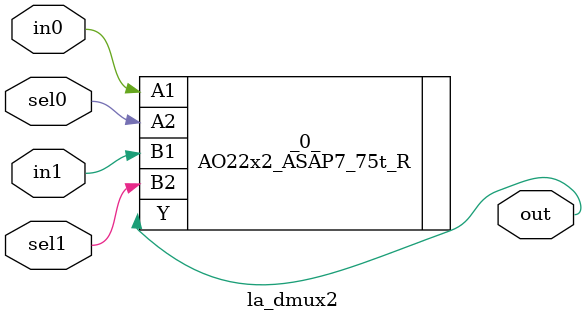
<source format=v>

/* Generated by Yosys 0.44 (git sha1 80ba43d26, g++ 11.4.0-1ubuntu1~22.04 -fPIC -O3) */

(* top =  1  *)
(* src = "generated" *)
(* keep_hierarchy *)
module la_dmux2 (
    sel1,
    sel0,
    in1,
    in0,
    out
);
  (* src = "generated" *)
  input in0;
  wire in0;
  (* src = "generated" *)
  input in1;
  wire in1;
  (* src = "generated" *)
  output out;
  wire out;
  (* src = "generated" *)
  input sel0;
  wire sel0;
  (* src = "generated" *)
  input sel1;
  wire sel1;
  AO22x2_ASAP7_75t_R _0_ (
      .A1(in0),
      .A2(sel0),
      .B1(in1),
      .B2(sel1),
      .Y (out)
  );
endmodule

</source>
